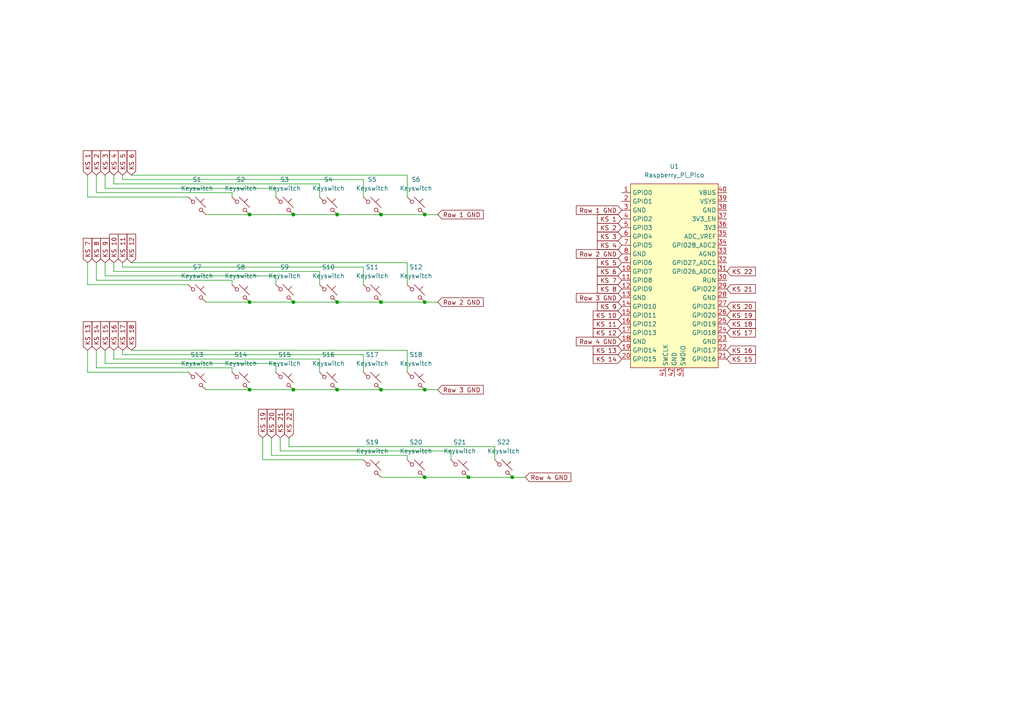
<source format=kicad_sch>
(kicad_sch (version 20231120) (generator "eeschema") (generator_version "8.0")
  (paper "A4")
  (lib_symbols
    (symbol "ScottoKeebs:MCU_Raspberry_Pi_Pico"
      (property "Reference" "U" (at 0 0 0))
      (property "Value" "Raspberry_Pi_Pico" (at 0 27.94 0))
      (symbol "MCU_Raspberry_Pi_Pico_0_1"
        (rectangle (start -12.7 26.67) (end 12.7 -26.67) (fill (type background)))
      )
      (symbol "MCU_Raspberry_Pi_Pico_1_1"
        (pin bidirectional line (at -15.24 24.13 0) (length 2.54) (name "GPIO0") (number "1"))
        (pin bidirectional line (at -15.24 1.27 0) (length 2.54) (name "GPIO7") (number "10"))
        (pin bidirectional line (at -15.24 -1.27 0) (length 2.54) (name "GPIO8") (number "11"))
        (pin bidirectional line (at -15.24 -3.81 0) (length 2.54) (name "GPIO9") (number "12"))
        (pin power_in line (at -15.24 -6.35 0) (length 2.54) (name "GND") (number "13"))
        (pin bidirectional line (at -15.24 -8.89 0) (length 2.54) (name "GPIO10") (number "14"))
        (pin bidirectional line (at -15.24 -11.43 0) (length 2.54) (name "GPIO11") (number "15"))
        (pin bidirectional line (at -15.24 -13.97 0) (length 2.54) (name "GPIO12") (number "16"))
        (pin bidirectional line (at -15.24 -16.51 0) (length 2.54) (name "GPIO13") (number "17"))
        (pin power_in line (at -15.24 -19.05 0) (length 2.54) (name "GND") (number "18"))
        (pin bidirectional line (at -15.24 -21.59 0) (length 2.54) (name "GPIO14") (number "19"))
        (pin bidirectional line (at -15.24 21.59 0) (length 2.54) (name "GPIO1") (number "2"))
        (pin bidirectional line (at -15.24 -24.13 0) (length 2.54) (name "GPIO15") (number "20"))
        (pin bidirectional line (at 15.24 -24.13 180) (length 2.54) (name "GPIO16") (number "21"))
        (pin bidirectional line (at 15.24 -21.59 180) (length 2.54) (name "GPIO17") (number "22"))
        (pin power_in line (at 15.24 -19.05 180) (length 2.54) (name "GND") (number "23"))
        (pin bidirectional line (at 15.24 -16.51 180) (length 2.54) (name "GPIO18") (number "24"))
        (pin bidirectional line (at 15.24 -13.97 180) (length 2.54) (name "GPIO19") (number "25"))
        (pin bidirectional line (at 15.24 -11.43 180) (length 2.54) (name "GPIO20") (number "26"))
        (pin bidirectional line (at 15.24 -8.89 180) (length 2.54) (name "GPIO21") (number "27"))
        (pin power_in line (at 15.24 -6.35 180) (length 2.54) (name "GND") (number "28"))
        (pin bidirectional line (at 15.24 -3.81 180) (length 2.54) (name "GPIO22") (number "29"))
        (pin power_in line (at -15.24 19.05 0) (length 2.54) (name "GND") (number "3"))
        (pin input line (at 15.24 -1.27 180) (length 2.54) (name "RUN") (number "30"))
        (pin bidirectional line (at 15.24 1.27 180) (length 2.54) (name "GPIO26_ADC0") (number "31"))
        (pin bidirectional line (at 15.24 3.81 180) (length 2.54) (name "GPIO27_ADC1") (number "32"))
        (pin power_in line (at 15.24 6.35 180) (length 2.54) (name "AGND") (number "33"))
        (pin bidirectional line (at 15.24 8.89 180) (length 2.54) (name "GPIO28_ADC2") (number "34"))
        (pin power_in line (at 15.24 11.43 180) (length 2.54) (name "ADC_VREF") (number "35"))
        (pin power_in line (at 15.24 13.97 180) (length 2.54) (name "3V3") (number "36"))
        (pin input line (at 15.24 16.51 180) (length 2.54) (name "3V3_EN") (number "37"))
        (pin bidirectional line (at 15.24 19.05 180) (length 2.54) (name "GND") (number "38"))
        (pin power_in line (at 15.24 21.59 180) (length 2.54) (name "VSYS") (number "39"))
        (pin bidirectional line (at -15.24 16.51 0) (length 2.54) (name "GPIO2") (number "4"))
        (pin power_in line (at 15.24 24.13 180) (length 2.54) (name "VBUS") (number "40"))
        (pin input line (at -2.54 -29.21 90) (length 2.54) (name "SWCLK") (number "41"))
        (pin power_in line (at 0 -29.21 90) (length 2.54) (name "GND") (number "42"))
        (pin bidirectional line (at 2.54 -29.21 90) (length 2.54) (name "SWDIO") (number "43"))
        (pin bidirectional line (at -15.24 13.97 0) (length 2.54) (name "GPIO3") (number "5"))
        (pin bidirectional line (at -15.24 11.43 0) (length 2.54) (name "GPIO4") (number "6"))
        (pin bidirectional line (at -15.24 8.89 0) (length 2.54) (name "GPIO5") (number "7"))
        (pin power_in line (at -15.24 6.35 0) (length 2.54) (name "GND") (number "8"))
        (pin bidirectional line (at -15.24 3.81 0) (length 2.54) (name "GPIO6") (number "9"))
      )
    )
    (symbol "ScottoKeebs:Placeholder_Keyswitch" (pin_numbers hide) (pin_names (offset 1.016) hide)
      (property "Reference" "S" (at 3.048 1.016 0))
      (property "Value" "Keyswitch" (at 0 -3.81 0))
      (symbol "Placeholder_Keyswitch_0_1"
        (circle (center -1.1684 1.1684) (radius 0.508))
        (polyline (pts (xy -0.508 2.54) (xy 2.54 -0.508)))
        (polyline (pts (xy 1.016 1.016) (xy 2.032 2.032)))
        (polyline (pts (xy -2.54 2.54) (xy -1.524 1.524) (xy -1.524 1.524)))
        (polyline (pts (xy 1.524 -1.524) (xy 2.54 -2.54) (xy 2.54 -2.54) (xy 2.54 -2.54)))
        (circle (center 1.143 -1.1938) (radius 0.508))
        (pin passive line (at -2.54 2.54 0) (length 0) (name "1") (number "1"))
        (pin passive line (at 2.54 -2.54 180) (length 0) (name "2") (number "2"))
      )
    )
  )
  (junction (at 97.79 113.03))
  (junction (at 97.79 62.23))
  (junction (at 135.89 138.43))
  (junction (at 123.19 62.23))
  (junction (at 85.09 87.63))
  (junction (at 97.79 87.63))
  (junction (at 72.39 87.63))
  (junction (at 123.19 138.43))
  (junction (at 110.49 62.23))
  (junction (at 148.59 138.43))
  (junction (at 85.09 62.23))
  (junction (at 110.49 87.63))
  (junction (at 85.09 113.03))
  (junction (at 72.39 113.03))
  (junction (at 123.19 87.63))
  (junction (at 110.49 113.03))
  (junction (at 72.39 62.23))
  (junction (at 123.19 113.03))
  (wire (pts (xy 67.31 82.55) (xy 67.31 81.28)))
  (wire (pts (xy 97.79 113.03) (xy 110.49 113.03)))
  (wire (pts (xy 92.71 78.74) (xy 33.02 78.74)))
  (wire (pts (xy 118.11 101.6) (xy 38.1 101.6)))
  (wire (pts (xy 123.19 113.03) (xy 127 113.03)))
  (wire (pts (xy 67.31 81.28) (xy 27.94 81.28)))
  (wire (pts (xy 78.74 132.08) (xy 78.74 127)))
  (wire (pts (xy 105.41 57.15) (xy 105.41 52.07)))
  (wire (pts (xy 80.01 54.61) (xy 30.48 54.61)))
  (wire (pts (xy 148.59 138.43) (xy 152.4 138.43)))
  (wire (pts (xy 76.2 133.35) (xy 76.2 127)))
  (wire (pts (xy 83.82 129.54) (xy 83.82 127)))
  (wire (pts (xy 110.49 87.63) (xy 123.19 87.63)))
  (wire (pts (xy 59.69 62.23) (xy 72.39 62.23)))
  (wire (pts (xy 30.48 105.41) (xy 30.48 101.6)))
  (wire (pts (xy 35.56 52.07) (xy 35.56 50.8)))
  (wire (pts (xy 80.01 57.15) (xy 80.01 54.61)))
  (wire (pts (xy 27.94 55.88) (xy 27.94 50.8)))
  (wire (pts (xy 67.31 55.88) (xy 27.94 55.88)))
  (wire (pts (xy 72.39 113.03) (xy 85.09 113.03)))
  (wire (pts (xy 92.71 82.55) (xy 92.71 78.74)))
  (wire (pts (xy 110.49 138.43) (xy 123.19 138.43)))
  (wire (pts (xy 143.51 133.35) (xy 143.51 129.54)))
  (wire (pts (xy 80.01 105.41) (xy 30.48 105.41)))
  (wire (pts (xy 105.41 77.47) (xy 35.56 77.47)))
  (wire (pts (xy 33.02 78.74) (xy 33.02 76.2)))
  (wire (pts (xy 27.94 81.28) (xy 27.94 76.2)))
  (wire (pts (xy 118.11 82.55) (xy 118.11 76.2)))
  (wire (pts (xy 92.71 107.95) (xy 92.71 104.14)))
  (wire (pts (xy 35.56 77.47) (xy 35.56 76.2)))
  (wire (pts (xy 33.02 53.34) (xy 33.02 50.8)))
  (wire (pts (xy 85.09 62.23) (xy 97.79 62.23)))
  (wire (pts (xy 59.69 113.03) (xy 72.39 113.03)))
  (wire (pts (xy 59.69 87.63) (xy 72.39 87.63)))
  (wire (pts (xy 54.61 107.95) (xy 25.4 107.95)))
  (wire (pts (xy 130.81 130.81) (xy 81.28 130.81)))
  (wire (pts (xy 72.39 62.23) (xy 85.09 62.23)))
  (wire (pts (xy 67.31 57.15) (xy 67.31 55.88)))
  (wire (pts (xy 80.01 82.55) (xy 80.01 80.01)))
  (wire (pts (xy 80.01 80.01) (xy 30.48 80.01)))
  (wire (pts (xy 92.71 57.15) (xy 92.71 53.34)))
  (wire (pts (xy 72.39 87.63) (xy 85.09 87.63)))
  (wire (pts (xy 105.41 133.35) (xy 76.2 133.35)))
  (wire (pts (xy 118.11 50.8) (xy 38.1 50.8)))
  (wire (pts (xy 67.31 107.95) (xy 67.31 106.68)))
  (wire (pts (xy 85.09 87.63) (xy 97.79 87.63)))
  (wire (pts (xy 25.4 50.8) (xy 25.4 57.15)))
  (wire (pts (xy 105.41 82.55) (xy 105.41 77.47)))
  (wire (pts (xy 97.79 87.63) (xy 110.49 87.63)))
  (wire (pts (xy 80.01 107.95) (xy 80.01 105.41)))
  (wire (pts (xy 118.11 132.08) (xy 78.74 132.08)))
  (wire (pts (xy 54.61 57.15) (xy 25.4 57.15)))
  (wire (pts (xy 30.48 54.61) (xy 30.48 50.8)))
  (wire (pts (xy 118.11 107.95) (xy 118.11 101.6)))
  (wire (pts (xy 30.48 80.01) (xy 30.48 76.2)))
  (wire (pts (xy 25.4 82.55) (xy 25.4 76.2)))
  (wire (pts (xy 123.19 62.23) (xy 127 62.23)))
  (wire (pts (xy 143.51 129.54) (xy 83.82 129.54)))
  (wire (pts (xy 135.89 138.43) (xy 148.59 138.43)))
  (wire (pts (xy 33.02 104.14) (xy 33.02 101.6)))
  (wire (pts (xy 118.11 133.35) (xy 118.11 132.08)))
  (wire (pts (xy 105.41 107.95) (xy 105.41 102.87)))
  (wire (pts (xy 118.11 57.15) (xy 118.11 50.8)))
  (wire (pts (xy 123.19 87.63) (xy 127 87.63)))
  (wire (pts (xy 110.49 62.23) (xy 123.19 62.23)))
  (wire (pts (xy 105.41 52.07) (xy 35.56 52.07)))
  (wire (pts (xy 92.71 53.34) (xy 33.02 53.34)))
  (wire (pts (xy 123.19 138.43) (xy 135.89 138.43)))
  (wire (pts (xy 35.56 102.87) (xy 35.56 101.6)))
  (wire (pts (xy 105.41 102.87) (xy 35.56 102.87)))
  (wire (pts (xy 97.79 62.23) (xy 110.49 62.23)))
  (wire (pts (xy 27.94 106.68) (xy 27.94 101.6)))
  (wire (pts (xy 67.31 106.68) (xy 27.94 106.68)))
  (wire (pts (xy 81.28 130.81) (xy 81.28 127)))
  (wire (pts (xy 118.11 76.2) (xy 38.1 76.2)))
  (wire (pts (xy 110.49 113.03) (xy 123.19 113.03)))
  (wire (pts (xy 85.09 113.03) (xy 97.79 113.03)))
  (wire (pts (xy 54.61 82.55) (xy 25.4 82.55)))
  (wire (pts (xy 130.81 133.35) (xy 130.81 130.81)))
  (wire (pts (xy 25.4 107.95) (xy 25.4 101.6)))
  (wire (pts (xy 92.71 104.14) (xy 33.02 104.14)))
  (global_label "KS 6" (shape input) (at 38.1 50.8 90) (property "Intersheetrefs" "${INTERSHEET_REFS}" (effects (hide yes))))
  (global_label "KS 14" (shape input) (at 180.34 104.14 180) (property "Intersheetrefs" "${INTERSHEET_REFS}" (effects (hide yes))))
  (global_label "KS 18" (shape input) (at 210.82 93.98 0) (property "Intersheetrefs" "${INTERSHEET_REFS}" (effects (hide yes))))
  (global_label "Row 3 GND" (shape input) (at 180.34 86.36 180) (property "Intersheetrefs" "${INTERSHEET_REFS}" (effects (hide yes))))
  (global_label "KS 7" (shape input) (at 25.4 76.2 90) (property "Intersheetrefs" "${INTERSHEET_REFS}" (effects (hide yes))))
  (global_label "KS 5" (shape input) (at 180.34 76.2 180) (property "Intersheetrefs" "${INTERSHEET_REFS}" (effects (hide yes))))
  (global_label "KS 22" (shape input) (at 83.82 127 90) (property "Intersheetrefs" "${INTERSHEET_REFS}" (effects (hide yes))))
  (global_label "KS 16" (shape input) (at 210.82 101.6 0) (property "Intersheetrefs" "${INTERSHEET_REFS}" (effects (hide yes))))
  (global_label "Row 2 GND" (shape input) (at 180.34 73.66 180) (property "Intersheetrefs" "${INTERSHEET_REFS}" (effects (hide yes))))
  (global_label "KS 18" (shape input) (at 38.1 101.6 90) (property "Intersheetrefs" "${INTERSHEET_REFS}" (effects (hide yes))))
  (global_label "Row 3 GND" (shape input) (at 127 113.03 0) (property "Intersheetrefs" "${INTERSHEET_REFS}" (effects (hide yes))))
  (global_label "KS 19" (shape input) (at 210.82 91.44 0) (property "Intersheetrefs" "${INTERSHEET_REFS}" (effects (hide yes))))
  (global_label "Row 4 GND" (shape input) (at 152.4 138.43 0) (property "Intersheetrefs" "${INTERSHEET_REFS}" (effects (hide yes))))
  (global_label "KS 17" (shape input) (at 35.56 101.6 90) (property "Intersheetrefs" "${INTERSHEET_REFS}" (effects (hide yes))))
  (global_label "KS 1" (shape input) (at 25.4 50.8 90) (property "Intersheetrefs" "${INTERSHEET_REFS}" (effects (hide yes))))
  (global_label "KS 3" (shape input) (at 30.48 50.8 90) (property "Intersheetrefs" "${INTERSHEET_REFS}" (effects (hide yes))))
  (global_label "Row 4 GND" (shape input) (at 180.34 99.06 180) (property "Intersheetrefs" "${INTERSHEET_REFS}" (effects (hide yes))))
  (global_label "KS 7" (shape input) (at 180.34 81.28 180) (property "Intersheetrefs" "${INTERSHEET_REFS}" (effects (hide yes))))
  (global_label "KS 9" (shape input) (at 30.48 76.2 90) (property "Intersheetrefs" "${INTERSHEET_REFS}" (effects (hide yes))))
  (global_label "KS 15" (shape input) (at 30.48 101.6 90) (property "Intersheetrefs" "${INTERSHEET_REFS}" (effects (hide yes))))
  (global_label "Row 2 GND" (shape input) (at 127 87.63 0) (property "Intersheetrefs" "${INTERSHEET_REFS}" (effects (hide yes))))
  (global_label "Row 1 GND" (shape input) (at 180.34 60.96 180) (property "Intersheetrefs" "${INTERSHEET_REFS}" (effects (hide yes))))
  (global_label "KS 19" (shape input) (at 76.2 127 90) (property "Intersheetrefs" "${INTERSHEET_REFS}" (effects (hide yes))))
  (global_label "KS 10" (shape input) (at 180.34 91.44 180) (property "Intersheetrefs" "${INTERSHEET_REFS}" (effects (hide yes))))
  (global_label "KS 21" (shape input) (at 81.28 127 90) (property "Intersheetrefs" "${INTERSHEET_REFS}" (effects (hide yes))))
  (global_label "KS 16" (shape input) (at 33.02 101.6 90) (property "Intersheetrefs" "${INTERSHEET_REFS}" (effects (hide yes))))
  (global_label "KS 2" (shape input) (at 180.34 66.04 180) (property "Intersheetrefs" "${INTERSHEET_REFS}" (effects (hide yes))))
  (global_label "KS 12" (shape input) (at 38.1 76.2 90) (property "Intersheetrefs" "${INTERSHEET_REFS}" (effects (hide yes))))
  (global_label "KS 13" (shape input) (at 180.34 101.6 180) (property "Intersheetrefs" "${INTERSHEET_REFS}" (effects (hide yes))))
  (global_label "KS 17" (shape input) (at 210.82 96.52 0) (property "Intersheetrefs" "${INTERSHEET_REFS}" (effects (hide yes))))
  (global_label "KS 6" (shape input) (at 180.34 78.74 180) (property "Intersheetrefs" "${INTERSHEET_REFS}" (effects (hide yes))))
  (global_label "KS 8" (shape input) (at 27.94 76.2 90) (property "Intersheetrefs" "${INTERSHEET_REFS}" (effects (hide yes))))
  (global_label "KS 15" (shape input) (at 210.82 104.14 0) (property "Intersheetrefs" "${INTERSHEET_REFS}" (effects (hide yes))))
  (global_label "KS 11" (shape input) (at 35.56 76.2 90) (property "Intersheetrefs" "${INTERSHEET_REFS}" (effects (hide yes))))
  (global_label "KS 21" (shape input) (at 210.82 83.82 0) (property "Intersheetrefs" "${INTERSHEET_REFS}" (effects (hide yes))))
  (global_label "KS 3" (shape input) (at 180.34 68.58 180) (property "Intersheetrefs" "${INTERSHEET_REFS}" (effects (hide yes))))
  (global_label "KS 20" (shape input) (at 78.74 127 90) (property "Intersheetrefs" "${INTERSHEET_REFS}" (effects (hide yes))))
  (global_label "KS 22" (shape input) (at 210.82 78.74 0) (property "Intersheetrefs" "${INTERSHEET_REFS}" (effects (hide yes))))
  (global_label "Row 1 GND" (shape input) (at 127 62.23 0) (property "Intersheetrefs" "${INTERSHEET_REFS}" (effects (hide yes))))
  (global_label "KS 10" (shape input) (at 33.02 76.2 90) (property "Intersheetrefs" "${INTERSHEET_REFS}" (effects (hide yes))))
  (global_label "KS 12" (shape input) (at 180.34 96.52 180) (property "Intersheetrefs" "${INTERSHEET_REFS}" (effects (hide yes))))
  (global_label "KS 8" (shape input) (at 180.34 83.82 180) (property "Intersheetrefs" "${INTERSHEET_REFS}" (effects (hide yes))))
  (global_label "KS 2" (shape input) (at 27.94 50.8 90) (property "Intersheetrefs" "${INTERSHEET_REFS}" (effects (hide yes))))
  (global_label "KS 9" (shape input) (at 180.34 88.9 180) (property "Intersheetrefs" "${INTERSHEET_REFS}" (effects (hide yes))))
  (global_label "KS 20" (shape input) (at 210.82 88.9 0) (property "Intersheetrefs" "${INTERSHEET_REFS}" (effects (hide yes))))
  (global_label "KS 5" (shape input) (at 35.56 50.8 90) (property "Intersheetrefs" "${INTERSHEET_REFS}" (effects (hide yes))))
  (global_label "KS 4" (shape input) (at 180.34 71.12 180) (property "Intersheetrefs" "${INTERSHEET_REFS}" (effects (hide yes))))
  (global_label "KS 13" (shape input) (at 25.4 101.6 90) (property "Intersheetrefs" "${INTERSHEET_REFS}" (effects (hide yes))))
  (global_label "KS 14" (shape input) (at 27.94 101.6 90) (property "Intersheetrefs" "${INTERSHEET_REFS}" (effects (hide yes))))
  (global_label "KS 11" (shape input) (at 180.34 93.98 180) (property "Intersheetrefs" "${INTERSHEET_REFS}" (effects (hide yes))))
  (global_label "KS 4" (shape input) (at 33.02 50.8 90) (property "Intersheetrefs" "${INTERSHEET_REFS}" (effects (hide yes))))
  (global_label "KS 1" (shape input) (at 180.34 63.5 180) (property "Intersheetrefs" "${INTERSHEET_REFS}" (effects (hide yes))))
  (symbol (lib_id "ScottoKeebs:Placeholder_Keyswitch") (at 57.15 85.09 0) (unit 1)
    (property "Reference" "S7" (at 57.15 77.47 0))
    (property "Value" "Keyswitch" (at 57.15 80.01 0))
    (property "Description" "Push button switch, normally open, two pins, 45° tilted" (effects (hide yes)))
  )
  (symbol (lib_id "ScottoKeebs:Placeholder_Keyswitch") (at 95.25 59.69 0) (unit 1)
    (property "Reference" "S4" (at 95.25 52.07 0))
    (property "Value" "Keyswitch" (at 95.25 54.61 0))
    (property "Description" "Push button switch, normally open, two pins, 45° tilted" (effects (hide yes)))
  )
  (symbol (lib_id "ScottoKeebs:Placeholder_Keyswitch") (at 82.55 110.49 0) (unit 1)
    (property "Reference" "S15" (at 82.55 102.87 0))
    (property "Value" "Keyswitch" (at 82.55 105.41 0))
    (property "Description" "Push button switch, normally open, two pins, 45° tilted" (effects (hide yes)))
  )
  (symbol (lib_id "ScottoKeebs:Placeholder_Keyswitch") (at 57.15 110.49 0) (unit 1)
    (property "Reference" "S13" (at 57.15 102.87 0))
    (property "Value" "Keyswitch" (at 57.15 105.41 0))
    (property "Description" "Push button switch, normally open, two pins, 45° tilted" (effects (hide yes)))
  )
  (symbol (lib_id "ScottoKeebs:Placeholder_Keyswitch") (at 69.85 85.09 0) (unit 1)
    (property "Reference" "S8" (at 69.85 77.47 0))
    (property "Value" "Keyswitch" (at 69.85 80.01 0))
    (property "Description" "Push button switch, normally open, two pins, 45° tilted" (effects (hide yes)))
  )
  (symbol (lib_id "ScottoKeebs:Placeholder_Keyswitch") (at 120.65 110.49 0) (unit 1)
    (property "Reference" "S18" (at 120.65 102.87 0))
    (property "Value" "Keyswitch" (at 120.65 105.41 0))
    (property "Description" "Push button switch, normally open, two pins, 45° tilted" (effects (hide yes)))
  )
  (symbol (lib_id "ScottoKeebs:Placeholder_Keyswitch") (at 107.95 110.49 0) (unit 1)
    (property "Reference" "S17" (at 107.95 102.87 0))
    (property "Value" "Keyswitch" (at 107.95 105.41 0))
    (property "Description" "Push button switch, normally open, two pins, 45° tilted" (effects (hide yes)))
  )
  (symbol (lib_id "ScottoKeebs:Placeholder_Keyswitch") (at 95.25 110.49 0) (unit 1)
    (property "Reference" "S16" (at 95.25 102.87 0))
    (property "Value" "Keyswitch" (at 95.25 105.41 0))
    (property "Description" "Push button switch, normally open, two pins, 45° tilted" (effects (hide yes)))
  )
  (symbol (lib_id "ScottoKeebs:Placeholder_Keyswitch") (at 120.65 135.89 0) (unit 1)
    (property "Reference" "S20" (at 120.65 128.27 0))
    (property "Value" "Keyswitch" (at 120.65 130.81 0))
    (property "Description" "Push button switch, normally open, two pins, 45° tilted" (effects (hide yes)))
  )
  (symbol (lib_id "ScottoKeebs:Placeholder_Keyswitch") (at 146.05 135.89 0) (unit 1)
    (property "Reference" "S22" (at 146.05 128.27 0))
    (property "Value" "Keyswitch" (at 146.05 130.81 0))
    (property "Description" "Push button switch, normally open, two pins, 45° tilted" (effects (hide yes)))
  )
  (symbol (lib_id "ScottoKeebs:Placeholder_Keyswitch") (at 82.55 59.69 0) (unit 1)
    (property "Reference" "S3" (at 82.55 52.07 0))
    (property "Value" "Keyswitch" (at 82.55 54.61 0))
    (property "Description" "Push button switch, normally open, two pins, 45° tilted" (effects (hide yes)))
  )
  (symbol (lib_id "ScottoKeebs:Placeholder_Keyswitch") (at 133.35 135.89 0) (unit 1)
    (property "Reference" "S21" (at 133.35 128.27 0))
    (property "Value" "Keyswitch" (at 133.35 130.81 0))
    (property "Description" "Push button switch, normally open, two pins, 45° tilted" (effects (hide yes)))
  )
  (symbol (lib_id "ScottoKeebs:Placeholder_Keyswitch") (at 82.55 85.09 0) (unit 1)
    (property "Reference" "S9" (at 82.55 77.47 0))
    (property "Value" "Keyswitch" (at 82.55 80.01 0))
    (property "Description" "Push button switch, normally open, two pins, 45° tilted" (effects (hide yes)))
  )
  (symbol (lib_id "ScottoKeebs:Placeholder_Keyswitch") (at 69.85 110.49 0) (unit 1)
    (property "Reference" "S14" (at 69.85 102.87 0))
    (property "Value" "Keyswitch" (at 69.85 105.41 0))
    (property "Description" "Push button switch, normally open, two pins, 45° tilted" (effects (hide yes)))
  )
  (symbol (lib_id "ScottoKeebs:Placeholder_Keyswitch") (at 107.95 85.09 0) (unit 1)
    (property "Reference" "S11" (at 107.95 77.47 0))
    (property "Value" "Keyswitch" (at 107.95 80.01 0))
    (property "Description" "Push button switch, normally open, two pins, 45° tilted" (effects (hide yes)))
  )
  (symbol (lib_id "ScottoKeebs:Placeholder_Keyswitch") (at 95.25 85.09 0) (unit 1)
    (property "Reference" "S10" (at 95.25 77.47 0))
    (property "Value" "Keyswitch" (at 95.25 80.01 0))
    (property "Description" "Push button switch, normally open, two pins, 45° tilted" (effects (hide yes)))
  )
  (symbol (lib_id "ScottoKeebs:Placeholder_Keyswitch") (at 120.65 59.69 0) (unit 1)
    (property "Reference" "S6" (at 120.65 52.07 0))
    (property "Value" "Keyswitch" (at 120.65 54.61 0))
    (property "Description" "Push button switch, normally open, two pins, 45° tilted" (effects (hide yes)))
  )
  (symbol (lib_id "ScottoKeebs:Placeholder_Keyswitch") (at 57.15 59.69 0) (unit 1)
    (property "Reference" "S1" (at 57.15 52.07 0))
    (property "Value" "Keyswitch" (at 57.15 54.61 0))
    (property "Description" "Push button switch, normally open, two pins, 45° tilted" (effects (hide yes)))
  )
  (symbol (lib_id "ScottoKeebs:MCU_Raspberry_Pi_Pico") (at 195.58 80.01 0) (unit 1)
    (property "Reference" "U1" (at 195.58 48.26 0))
    (property "Value" "Raspberry_Pi_Pico" (at 195.58 50.8 0))
    (property "Footprint" "ScottoKeebs_MCU:Raspberry_Pi_Pico" (effects (hide yes)))
  )
  (symbol (lib_id "ScottoKeebs:Placeholder_Keyswitch") (at 120.65 85.09 0) (unit 1)
    (property "Reference" "S12" (at 120.65 77.47 0))
    (property "Value" "Keyswitch" (at 120.65 80.01 0))
    (property "Description" "Push button switch, normally open, two pins, 45° tilted" (effects (hide yes)))
  )
  (symbol (lib_id "ScottoKeebs:Placeholder_Keyswitch") (at 107.95 135.89 0) (unit 1)
    (property "Reference" "S19" (at 107.95 128.27 0))
    (property "Value" "Keyswitch" (at 107.95 130.81 0))
    (property "Description" "Push button switch, normally open, two pins, 45° tilted" (effects (hide yes)))
  )
  (symbol (lib_id "ScottoKeebs:Placeholder_Keyswitch") (at 69.85 59.69 0) (unit 1)
    (property "Reference" "S2" (at 69.85 52.07 0))
    (property "Value" "Keyswitch" (at 69.85 54.61 0))
    (property "Description" "Push button switch, normally open, two pins, 45° tilted" (effects (hide yes)))
  )
  (symbol (lib_id "ScottoKeebs:Placeholder_Keyswitch") (at 107.95 59.69 0) (unit 1)
    (property "Reference" "S5" (at 107.95 52.07 0))
    (property "Value" "Keyswitch" (at 107.95 54.61 0))
    (property "Description" "Push button switch, normally open, two pins, 45° tilted" (effects (hide yes)))
  )
)
</source>
